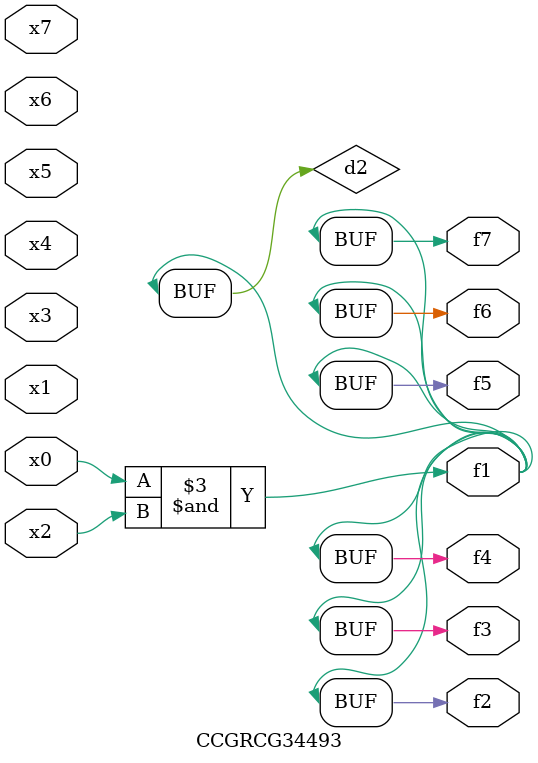
<source format=v>
module CCGRCG34493(
	input x0, x1, x2, x3, x4, x5, x6, x7,
	output f1, f2, f3, f4, f5, f6, f7
);

	wire d1, d2;

	nor (d1, x3, x6);
	and (d2, x0, x2);
	assign f1 = d2;
	assign f2 = d2;
	assign f3 = d2;
	assign f4 = d2;
	assign f5 = d2;
	assign f6 = d2;
	assign f7 = d2;
endmodule

</source>
